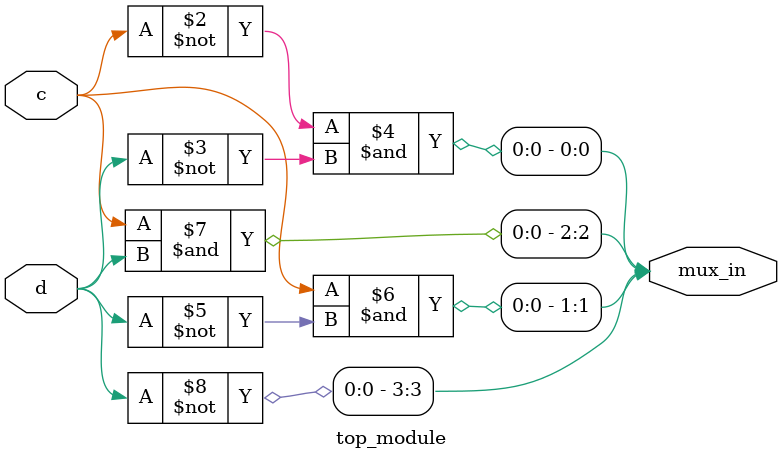
<source format=sv>
module top_module (
    input c,
    input d,
    output reg [3:0] mux_in
);
    always @(*) begin
        // Compute the mux_in values based on the K-map
        mux_in[0] = (~c & ~d);  // ab = 00
        mux_in[1] = (c & ~d);   // ab = 01
        mux_in[2] = (c & d);    // ab = 11
        mux_in[3] = ~d;         // ab = 10
    end
endmodule

</source>
